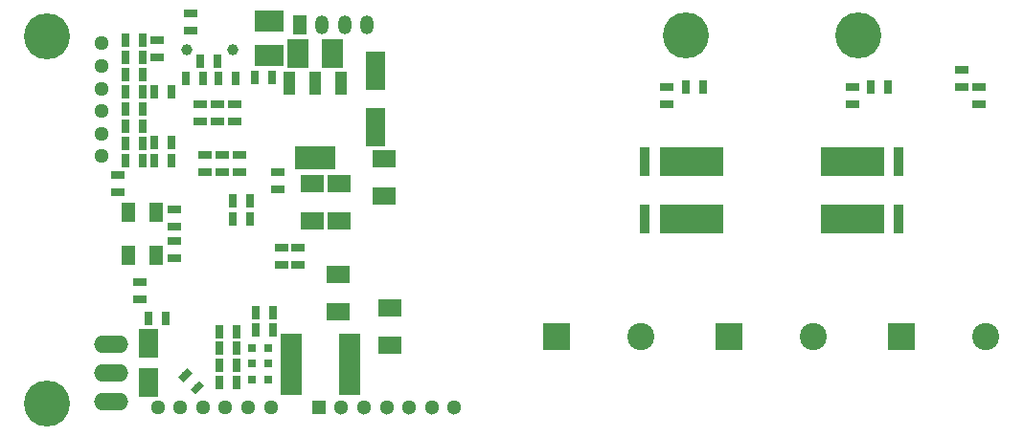
<source format=gbs>
G04 #@! TF.GenerationSoftware,KiCad,Pcbnew,(5.0.0-3-g5ebb6b6)*
G04 #@! TF.CreationDate,2018-09-28T14:58:41+02:00*
G04 #@! TF.ProjectId,VESC-5,564553432D352E6B696361645F706362,A*
G04 #@! TF.SameCoordinates,Original*
G04 #@! TF.FileFunction,Soldermask,Bot*
G04 #@! TF.FilePolarity,Negative*
%FSLAX46Y46*%
G04 Gerber Fmt 4.6, Leading zero omitted, Abs format (unit mm)*
G04 Created by KiCad (PCBNEW (5.0.0-3-g5ebb6b6)) date 2018 September 28, Friday 14:58:41*
%MOMM*%
%LPD*%
G01*
G04 APERTURE LIST*
%ADD10R,1.143000X0.635000*%
%ADD11C,4.064000*%
%ADD12R,2.400000X2.400000*%
%ADD13C,2.400000*%
%ADD14R,0.635000X1.143000*%
%ADD15R,0.889000X2.540000*%
%ADD16R,5.588000X2.540000*%
%ADD17R,1.800860X3.500120*%
%ADD18C,1.300480*%
%ADD19R,1.198880X1.699260*%
%ADD20O,1.198880X1.699260*%
%ADD21R,1.699260X2.540000*%
%ADD22R,1.198880X1.800860*%
%ADD23O,3.048000X1.524000*%
%ADD24R,2.499360X1.950720*%
%ADD25R,1.950720X2.499360*%
%ADD26R,1.849120X5.499100*%
%ADD27R,0.797560X0.797560*%
%ADD28R,2.032000X1.524000*%
%ADD29R,3.657600X2.032000*%
%ADD30R,1.016000X2.032000*%
%ADD31R,1.300000X1.300000*%
%ADD32C,1.300000*%
%ADD33C,0.635000*%
%ADD34C,0.100000*%
%ADD35C,1.000000*%
G04 APERTURE END LIST*
D10*
G04 #@! TO.C,R30*
X231902000Y-92202000D03*
X231902000Y-93726000D03*
G04 #@! TD*
D11*
G04 #@! TO.C,1PIN*
X205994000Y-87630000D03*
G04 #@! TD*
G04 #@! TO.C,1PIN*
X221234000Y-87630000D03*
G04 #@! TD*
D10*
G04 #@! TO.C,R46*
X204343000Y-92202000D03*
X204343000Y-93726000D03*
G04 #@! TD*
D12*
G04 #@! TO.C,C46*
X225044000Y-114300000D03*
D13*
X232544000Y-114300000D03*
G04 #@! TD*
D14*
G04 #@! TO.C,R43*
X207518000Y-92202000D03*
X205994000Y-92202000D03*
G04 #@! TD*
D13*
G04 #@! TO.C,C45*
X217304000Y-114300000D03*
D12*
X209804000Y-114300000D03*
G04 #@! TD*
D10*
G04 #@! TO.C,R29*
X230378000Y-90678000D03*
X230378000Y-92202000D03*
G04 #@! TD*
D14*
G04 #@! TO.C,R35*
X223901000Y-92202000D03*
X222377000Y-92202000D03*
G04 #@! TD*
D13*
G04 #@! TO.C,C42*
X202064000Y-114300000D03*
D12*
X194564000Y-114300000D03*
G04 #@! TD*
D15*
G04 #@! TO.C,R54*
X202374500Y-103886000D03*
X202374500Y-98806000D03*
D16*
X206502000Y-103886000D03*
X206502000Y-98806000D03*
G04 #@! TD*
D15*
G04 #@! TO.C,R53*
X224853500Y-98806000D03*
X224853500Y-103886000D03*
D16*
X220726000Y-98806000D03*
X220726000Y-103886000D03*
G04 #@! TD*
D10*
G04 #@! TO.C,R36*
X220726000Y-92202000D03*
X220726000Y-93726000D03*
G04 #@! TD*
D17*
G04 #@! TO.C,D4*
X178562000Y-95717360D03*
X178562000Y-90718640D03*
G04 #@! TD*
D18*
G04 #@! TO.C,P1*
X154392000Y-92322240D03*
X154392000Y-94323760D03*
X154392000Y-96322740D03*
X154392000Y-98324260D03*
X154392000Y-90323260D03*
X154392000Y-88321740D03*
G04 #@! TD*
D19*
G04 #@! TO.C,P101*
X171863720Y-86673000D03*
D20*
X175866760Y-86673000D03*
X173865240Y-86673000D03*
X177865740Y-86673000D03*
G04 #@! TD*
D18*
G04 #@! TO.C,P2*
X165338760Y-120523000D03*
X163337240Y-120523000D03*
X161338260Y-120523000D03*
X159336740Y-120523000D03*
X167337740Y-120523000D03*
X169339260Y-120523000D03*
G04 #@! TD*
D21*
G04 #@! TO.C,D5*
X158496000Y-114856260D03*
X158496000Y-118315740D03*
G04 #@! TD*
D22*
G04 #@! TO.C,X2*
X156738320Y-103256080D03*
X159237680Y-103256080D03*
X159237680Y-107055920D03*
X156738320Y-107055920D03*
G04 #@! TD*
D23*
G04 #@! TO.C,K1*
X155194000Y-114935000D03*
X155194000Y-117475000D03*
X155194000Y-120015000D03*
G04 #@! TD*
D24*
G04 #@! TO.C,C25*
X169164000Y-89408000D03*
X169164000Y-86360000D03*
G04 #@! TD*
D25*
G04 #@! TO.C,C33*
X174816000Y-89223000D03*
X171768000Y-89223000D03*
G04 #@! TD*
D26*
G04 #@! TO.C,C51*
X171160440Y-116713000D03*
X176311560Y-116713000D03*
G04 #@! TD*
D27*
G04 #@! TO.C,D1*
X167652700Y-118110000D03*
X169151300Y-118110000D03*
G04 #@! TD*
G04 #@! TO.C,D2*
X167642700Y-116673000D03*
X169141300Y-116673000D03*
G04 #@! TD*
G04 #@! TO.C,D3*
X167642700Y-115273000D03*
X169141300Y-115273000D03*
G04 #@! TD*
D11*
G04 #@! TO.C,1PIN*
X149592000Y-120223000D03*
G04 #@! TD*
G04 #@! TO.C,1PIN*
X149592000Y-87723000D03*
G04 #@! TD*
D28*
G04 #@! TO.C,C9*
X175292000Y-108772000D03*
X175292000Y-112074000D03*
G04 #@! TD*
G04 #@! TO.C,C40*
X179832000Y-111760000D03*
X179832000Y-115062000D03*
G04 #@! TD*
G04 #@! TO.C,C43*
X179324000Y-98552000D03*
X179324000Y-101854000D03*
G04 #@! TD*
G04 #@! TO.C,C44*
X175387000Y-100711000D03*
X175387000Y-104013000D03*
G04 #@! TD*
G04 #@! TO.C,C49*
X172974000Y-100711000D03*
X172974000Y-104013000D03*
G04 #@! TD*
D14*
G04 #@! TO.C,R3*
X166254000Y-91423000D03*
X164730000Y-91423000D03*
G04 #@! TD*
G04 #@! TO.C,R4*
X161830000Y-91423000D03*
X163354000Y-91423000D03*
G04 #@! TD*
G04 #@! TO.C,R5*
X160020000Y-112649000D03*
X158496000Y-112649000D03*
G04 #@! TD*
D10*
G04 #@! TO.C,R6*
X162292000Y-87235000D03*
X162292000Y-85711000D03*
G04 #@! TD*
D14*
G04 #@! TO.C,R7*
X156464000Y-89535000D03*
X157988000Y-89535000D03*
G04 #@! TD*
G04 #@! TO.C,R8*
X156464000Y-92583000D03*
X157988000Y-92583000D03*
G04 #@! TD*
G04 #@! TO.C,R9*
X156464000Y-95631000D03*
X157988000Y-95631000D03*
G04 #@! TD*
G04 #@! TO.C,R10*
X156464000Y-98679000D03*
X157988000Y-98679000D03*
G04 #@! TD*
G04 #@! TO.C,R11*
X156464000Y-97155000D03*
X157988000Y-97155000D03*
G04 #@! TD*
G04 #@! TO.C,R12*
X156464000Y-94107000D03*
X157988000Y-94107000D03*
G04 #@! TD*
G04 #@! TO.C,R13*
X156464000Y-91059000D03*
X157988000Y-91059000D03*
G04 #@! TD*
D10*
G04 #@! TO.C,R21*
X169926000Y-99695000D03*
X169926000Y-101219000D03*
G04 #@! TD*
D14*
G04 #@! TO.C,R22*
X166354000Y-115323000D03*
X164830000Y-115323000D03*
G04 #@! TD*
D10*
G04 #@! TO.C,R23*
X163068000Y-93726000D03*
X163068000Y-95250000D03*
G04 #@! TD*
G04 #@! TO.C,R24*
X163542000Y-99685000D03*
X163542000Y-98161000D03*
G04 #@! TD*
G04 #@! TO.C,R26*
X164592000Y-93726000D03*
X164592000Y-95250000D03*
G04 #@! TD*
G04 #@! TO.C,R27*
X165042000Y-99685000D03*
X165042000Y-98161000D03*
G04 #@! TD*
G04 #@! TO.C,R32*
X166142000Y-93711000D03*
X166142000Y-95235000D03*
G04 #@! TD*
G04 #@! TO.C,R33*
X166542000Y-99685000D03*
X166542000Y-98161000D03*
G04 #@! TD*
D14*
G04 #@! TO.C,R37*
X166354000Y-118323000D03*
X164830000Y-118323000D03*
G04 #@! TD*
G04 #@! TO.C,R38*
X166354000Y-116823000D03*
X164830000Y-116823000D03*
G04 #@! TD*
D10*
G04 #@! TO.C,R402*
X159258000Y-89535000D03*
X159258000Y-88011000D03*
G04 #@! TD*
D29*
G04 #@! TO.C,U2*
X173228000Y-98425000D03*
D30*
X173228000Y-91821000D03*
X175514000Y-91821000D03*
X170942000Y-91821000D03*
G04 #@! TD*
D31*
G04 #@! TO.C,P3*
X173573440Y-120523000D03*
D32*
X177576480Y-120523000D03*
X175574960Y-120523000D03*
X179575460Y-120523000D03*
X181576980Y-120523000D03*
X183578500Y-120523000D03*
X185577480Y-120523000D03*
G04 #@! TD*
D10*
G04 #@! TO.C,C26*
X171704000Y-106426000D03*
X171704000Y-107950000D03*
G04 #@! TD*
D14*
G04 #@! TO.C,C52*
X168021000Y-113665000D03*
X169545000Y-113665000D03*
G04 #@! TD*
D10*
G04 #@! TO.C,C38*
X160782000Y-107315000D03*
X160782000Y-105791000D03*
G04 #@! TD*
G04 #@! TO.C,C32*
X155829000Y-101473000D03*
X155829000Y-99949000D03*
G04 #@! TD*
G04 #@! TO.C,C31*
X157734000Y-109474000D03*
X157734000Y-110998000D03*
G04 #@! TD*
D14*
G04 #@! TO.C,C24*
X167894000Y-91313000D03*
X169418000Y-91313000D03*
G04 #@! TD*
G04 #@! TO.C,C20*
X168021000Y-112141000D03*
X169545000Y-112141000D03*
G04 #@! TD*
D10*
G04 #@! TO.C,C18*
X170307000Y-106426000D03*
X170307000Y-107950000D03*
G04 #@! TD*
D14*
G04 #@! TO.C,C17*
X165989000Y-103886000D03*
X167513000Y-103886000D03*
G04 #@! TD*
G04 #@! TO.C,C16*
X164830000Y-113823000D03*
X166354000Y-113823000D03*
G04 #@! TD*
D10*
G04 #@! TO.C,C15*
X160782000Y-102997000D03*
X160782000Y-104521000D03*
G04 #@! TD*
D14*
G04 #@! TO.C,C14*
X167513000Y-102235000D03*
X165989000Y-102235000D03*
G04 #@! TD*
G04 #@! TO.C,C7*
X159030000Y-92573000D03*
X160554000Y-92573000D03*
G04 #@! TD*
G04 #@! TO.C,C6*
X159030000Y-97123000D03*
X160554000Y-97123000D03*
G04 #@! TD*
G04 #@! TO.C,C5*
X159004000Y-98679000D03*
X160528000Y-98679000D03*
G04 #@! TD*
G04 #@! TO.C,C4*
X157988000Y-88011000D03*
X156464000Y-88011000D03*
G04 #@! TD*
D33*
G04 #@! TO.C,C3*
X162844815Y-118775815D03*
D34*
G36*
X163473433Y-118596210D02*
X162665210Y-119404433D01*
X162216197Y-118955420D01*
X163024420Y-118147197D01*
X163473433Y-118596210D01*
X163473433Y-118596210D01*
G37*
D33*
X161767185Y-117698185D03*
D34*
G36*
X162395803Y-117518580D02*
X161587580Y-118326803D01*
X161138567Y-117877790D01*
X161946790Y-117069567D01*
X162395803Y-117518580D01*
X162395803Y-117518580D01*
G37*
G04 #@! TD*
D14*
G04 #@! TO.C,C2*
X164592000Y-89916000D03*
X163068000Y-89916000D03*
G04 #@! TD*
D35*
G04 #@! TO.C,X1*
X165957000Y-88900000D03*
X161957000Y-88900000D03*
G04 #@! TD*
M02*

</source>
